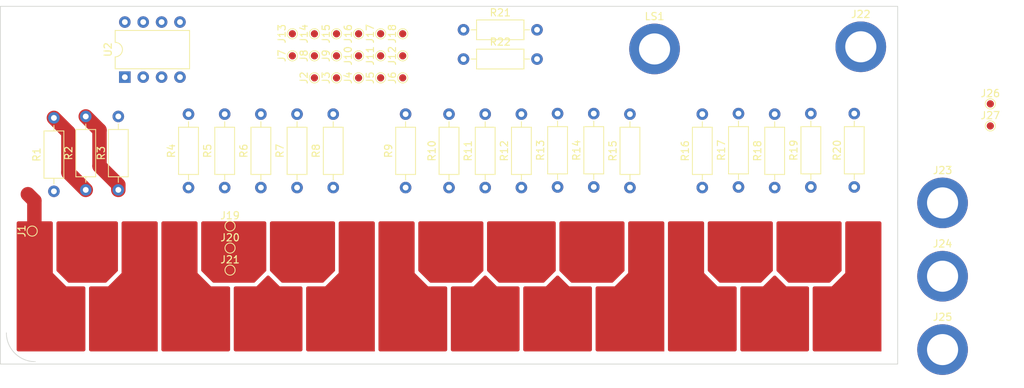
<source format=kicad_pcb>
(kicad_pcb (version 20221018) (generator pcbnew)
  (layers (0 "F.Cu" signal) (31 "B.Cu" signal) (34 "B.Paste" user) (35 "F.Paste" user) (36 "B.SilkS" user "B.Silkscreen") (37 "F.SilkS" user "F.Silkscreen") (38 "B.Mask" user) (39 "F.Mask" user) (44 "Edge.Cuts" user))
  (net 0 "")
  (net 1 "Net-(J1-Pin_1)")
  (net 2 "Net-(J2-Pin_1)")
  (net 3 "Net-(J3-Pin_1)")
  (net 4 "Net-(J4-Pin_1)")
  (net 5 "Net-(J5-Pin_1)")
  (net 6 "Net-(J6-Pin_1)")
  (net 7 "Net-(J7-Pin_1)")
  (net 8 "Net-(J8-Pin_1)")
  (net 9 "Net-(J9-Pin_1)")
  (net 10 "Net-(J10-Pin_1)")
  (net 11 "Net-(J11-Pin_1)")
  (net 12 "Net-(J12-Pin_1)")
  (net 13 "Net-(J13-Pin_1)")
  (net 14 "Net-(J14-Pin_1)")
  (net 15 "Net-(J15-Pin_1)")
  (net 16 "GND")
  (net 17 "VCC")
  (net 18 "Net-(U2-THR)")
  (net 19 "Net-(J16-Pin_1)")
  (net 20 "Net-(J17-Pin_1)")
  (net 21 "Net-(J18-Pin_1)")
  (net 22 "Net-(J19-Pin_1)")
  (net 23 "Net-(J20-Pin_1)")
  (net 24 "Net-(J21-Pin_1)")
  (net 25 "Net-(U2-CV)")
  (net 26 "Net-(R21-Pad2)")
  (net 27 "Net-(R22-Pad1)")
  (footprint "Resistor_THT:R_Axial_DIN0207_L6.3mm_D2.5mm_P10.16mm_Horizontal" (layer "F.Cu") (at 66.3 75.4 90)
    (fp_text reference "R3" (at 5.08 -2.37 90) (layer "F.SilkS"))
    (fp_text value "R")
    (fp_line (start 1.04 0) (end 1.81 0) (stroke (width 0.12)) (layer "F.SilkS"))
    (fp_line (start 1.81 -1.37) (end 1.81 1.37) (stroke (width 0.12)) (layer "F.SilkS"))
    (fp_line (start 1.81 1.37) (end 8.35 1.37) (stroke (width 0.12)) (layer "F.SilkS"))
    (fp_line (start 8.35 -1.37) (end 1.81 -1.37) (stroke (width 0.12)) (layer "F.SilkS"))
    (fp_line (start 8.35 1.37) (end 8.35 -1.37) (stroke (width 0.12)) (layer "F.SilkS"))
    (fp_line (start 9.12 0) (end 8.35 0) (stroke (width 0.12)) (layer "F.SilkS"))
    (pad "1" thru_hole circle (at 0 0 90) (size 1.6 1.6) (drill 0.8) (layers "*.Cu" "*.Mask") (net 2 "Net-(J2-Pin_1)"))
    (pad "2" thru_hole oval (at 10.16 0 90) (size 1.6 1.6) (drill 0.8) (layers "*.Cu" "*.Mask") (net 3 "Net-(J3-Pin_1)"))
  )
  (footprint "Package_DIP:DIP-8_W7.62mm" (layer "F.Cu") (at 67.2 59.8 90)
    (fp_text reference "U2" (at 3.81 -2.33 90) (layer "F.SilkS"))
    (fp_text value "NE555P")
    (fp_line (start 1.16 -1.33) (end 1.16 8.95) (stroke (width 0.12)) (layer "F.SilkS"))
    (fp_line (start 1.16 8.95) (end 6.46 8.95) (stroke (width 0.12)) (layer "F.SilkS"))
    (fp_line (start 2.81 -1.33) (end 1.16 -1.33) (stroke (width 0.12)) (layer "F.SilkS"))
    (fp_line (start 6.46 -1.33) (end 4.81 -1.33) (stroke (width 0.12)) (layer "F.SilkS"))
    (fp_line (start 6.46 8.95) (end 6.46 -1.33) (stroke (width 0.12)) (layer "F.SilkS"))
    (fp_arc (start 4.81 -1.33) (mid 3.81 -0.33) (end 2.81 -1.33) (stroke (width 0.12)) (layer "F.SilkS"))
    (pad "1" thru_hole rect (at 0 0 90) (size 1.6 1.6) (drill 0.8) (layers "*.Cu" "*.Mask") (net 16 "GND"))
    (pad "2" thru_hole oval (at 0 2.54 90) (size 1.6 1.6) (drill 0.8) (layers "*.Cu" "*.Mask") (net 18 "Net-(U2-THR)"))
    (pad "3" thru_hole oval (at 0 5.08 90) (size 1.6 1.6) (drill 0.8) (layers "*.Cu" "*.Mask") (net 24 "Net-(J21-Pin_1)"))
    (pad "4" thru_hole oval (at 0 7.62 90) (size 1.6 1.6) (drill 0.8) (layers "*.Cu" "*.Mask") (net 17 "VCC"))
    (pad "5" thru_hole oval (at 7.62 7.62 90) (size 1.6 1.6) (drill 0.8) (layers "*.Cu" "*.Mask") (net 25 "Net-(U2-CV)"))
    (pad "6" thru_hole oval (at 7.62 5.08 90) (size 1.6 1.6) (drill 0.8) (layers "*.Cu" "*.Mask") (net 18 "Net-(U2-THR)"))
    (pad "7" thru_hole oval (at 7.62 2.54 90) (size 1.6 1.6) (drill 0.8) (layers "*.Cu" "*.Mask"))
    (pad "8" thru_hole oval (at 7.62 0 90) (size 1.6 1.6) (drill 0.8) (layers "*.Cu" "*.Mask") (net 17 "VCC"))
  )
  (footprint "TestPoint:TestPoint_Pad_D1.0mm" (layer "F.Cu") (at 105.6 59.9 90)
    (fp_text reference "J6" (at 0 -1.448 90) (layer "F.SilkS"))
    (fp_text value "Conn_01x01")
    (fp_circle (center 0 0) (end 0 0.7) (stroke (width 0.12)) (fill none) (layer "F.SilkS"))
    (pad "1" smd circle (at 0 0 90) (size 1 1) (layers "F.Cu" "F.Mask") (net 6 "Net-(J6-Pin_1)"))
  )
  (footprint "TestPoint:TestPoint_Pad_D1.0mm" (layer "F.Cu") (at 90.35 56.85 90)
    (fp_text reference "J7" (at 0 -1.448 90) (layer "F.SilkS"))
    (fp_text value "Conn_01x01")
    (fp_circle (center 0 0) (end 0 0.7) (stroke (width 0.12)) (fill none) (layer "F.SilkS"))
    (pad "1" smd circle (at 0 0 90) (size 1 1) (layers "F.Cu" "F.Mask") (net 7 "Net-(J7-Pin_1)"))
  )
  (footprint "Resistor_THT:R_Axial_DIN0207_L6.3mm_D2.5mm_P10.16mm_Horizontal" (layer "F.Cu") (at 162 75 90)
    (fp_text reference "R19" (at 5.08 -2.37 90) (layer "F.SilkS"))
    (fp_text value "R")
    (fp_line (start 1.04 0) (end 1.81 0) (stroke (width 0.12)) (layer "F.SilkS"))
    (fp_line (start 1.81 -1.37) (end 1.81 1.37) (stroke (width 0.12)) (layer "F.SilkS"))
    (fp_line (start 1.81 1.37) (end 8.35 1.37) (stroke (width 0.12)) (layer "F.SilkS"))
    (fp_line (start 8.35 -1.37) (end 1.81 -1.37) (stroke (width 0.12)) (layer "F.SilkS"))
    (fp_line (start 8.35 1.37) (end 8.35 -1.37) (stroke (width 0.12)) (layer "F.SilkS"))
    (fp_line (start 9.12 0) (end 8.35 0) (stroke (width 0.12)) (layer "F.SilkS"))
    (pad "1" thru_hole circle (at 0 0 90) (size 1.6 1.6) (drill 0.8) (layers "*.Cu" "*.Mask") (net 21 "Net-(J18-Pin_1)"))
    (pad "2" thru_hole oval (at 10.16 0 90) (size 1.6 1.6) (drill 0.8) (layers "*.Cu" "*.Mask") (net 22 "Net-(J19-Pin_1)"))
  )
  (footprint "Resistor_THT:R_Axial_DIN0207_L6.3mm_D2.5mm_P10.16mm_Horizontal" (layer "F.Cu") (at 122 75.08 90)
    (fp_text reference "R12" (at 5.08 -2.37 90) (layer "F.SilkS"))
    (fp_text value "R")
    (fp_line (start 1.04 0) (end 1.81 0) (stroke (width 0.12)) (layer "F.SilkS"))
    (fp_line (start 1.81 -1.37) (end 1.81 1.37) (stroke (width 0.12)) (layer "F.SilkS"))
    (fp_line (start 1.81 1.37) (end 8.35 1.37) (stroke (width 0.12)) (layer "F.SilkS"))
    (fp_line (start 8.35 -1.37) (end 1.81 -1.37) (stroke (width 0.12)) (layer "F.SilkS"))
    (fp_line (start 8.35 1.37) (end 8.35 -1.37) (stroke (width 0.12)) (layer "F.SilkS"))
    (fp_line (start 9.12 0) (end 8.35 0) (stroke (width 0.12)) (layer "F.SilkS"))
    (pad "1" thru_hole circle (at 0 0 90) (size 1.6 1.6) (drill 0.8) (layers "*.Cu" "*.Mask") (net 11 "Net-(J11-Pin_1)"))
    (pad "2" thru_hole oval (at 10.16 0 90) (size 1.6 1.6) (drill 0.8) (layers "*.Cu" "*.Mask") (net 12 "Net-(J12-Pin_1)"))
  )
  (footprint "Resistor_THT:R_Axial_DIN0207_L6.3mm_D2.5mm_P10.16mm_Horizontal" (layer "F.Cu") (at 57.4 75.6 90)
    (fp_text reference "R1" (at 5.08 -2.37 90) (layer "F.SilkS"))
    (fp_text value "R")
    (fp_line (start 1.04 0) (end 1.81 0) (stroke (width 0.12)) (layer "F.SilkS"))
    (fp_line (start 1.81 -1.37) (end 1.81 1.37) (stroke (width 0.12)) (layer "F.SilkS"))
    (fp_line (start 1.81 1.37) (end 8.35 1.37) (stroke (width 0.12)) (layer "F.SilkS"))
    (fp_line (start 8.35 -1.37) (end 1.81 -1.37) (stroke (width 0.12)) (layer "F.SilkS"))
    (fp_line (start 8.35 1.37) (end 8.35 -1.37) (stroke (width 0.12)) (layer "F.SilkS"))
    (fp_line (start 9.12 0) (end 8.35 0) (stroke (width 0.12)) (layer "F.SilkS"))
    (pad "1" thru_hole circle (at 0 0 90) (size 1.6 1.6) (drill 0.8) (layers "*.Cu" "*.Mask") (net 18 "Net-(U2-THR)"))
    (pad "2" thru_hole oval (at 10.16 0 90) (size 1.6 1.6) (drill 0.8) (layers "*.Cu" "*.Mask") (net 1 "Net-(J1-Pin_1)"))
  )
  (footprint "MountingHole:MountingHole_4.3mm_M4_ISO14580_Pad" (layer "F.Cu") (at 140.4 55.9)
    (fp_text reference "LS1" (at 0 -4.5) (layer "F.SilkS"))
    (fp_text value "Speaker_Crystal")
    (pad "1" thru_hole circle (at 0 0) (size 7 7) (drill 4.3) (layers "*.Cu" "*.Mask"))
  )
  (footprint "Resistor_THT:R_Axial_DIN0207_L6.3mm_D2.5mm_P10.16mm_Horizontal" (layer "F.Cu") (at 127 75 90)
    (fp_text reference "R13" (at 5.08 -2.37 90) (layer "F.SilkS"))
    (fp_text value "R")
    (fp_line (start 1.04 0) (end 1.81 0) (stroke (width 0.12)) (layer "F.SilkS"))
    (fp_line (start 1.81 -1.37) (end 1.81 1.37) (stroke (width 0.12)) (layer "F.SilkS"))
    (fp_line (start 1.81 1.37) (end 8.35 1.37) (stroke (width 0.12)) (layer "F.SilkS"))
    (fp_line (start 8.35 -1.37) (end 1.81 -1.37) (stroke (width 0.12)) (layer "F.SilkS"))
    (fp_line (start 8.35 1.37) (end 8.35 -1.37) (stroke (width 0.12)) (layer "F.SilkS"))
    (fp_line (start 9.12 0) (end 8.35 0) (stroke (width 0.12)) (layer "F.SilkS"))
    (pad "1" thru_hole circle (at 0 0 90) (size 1.6 1.6) (drill 0.8) (layers "*.Cu" "*.Mask") (net 12 "Net-(J12-Pin_1)"))
    (pad "2" thru_hole oval (at 10.16 0 90) (size 1.6 1.6) (drill 0.8) (layers "*.Cu" "*.Mask") (net 13 "Net-(J13-Pin_1)"))
  )
  (footprint "Resistor_THT:R_Axial_DIN0207_L6.3mm_D2.5mm_P10.16mm_Horizontal" (layer "F.Cu") (at 137 75.08 90)
    (fp_text reference "R15" (at 5.08 -2.37 90) (layer "F.SilkS"))
    (fp_text value "R")
    (fp_line (start 1.04 0) (end 1.81 0) (stroke (width 0.12)) (layer "F.SilkS"))
    (fp_line (start 1.81 -1.37) (end 1.81 1.37) (stroke (width 0.12)) (layer "F.SilkS"))
    (fp_line (start 1.81 1.37) (end 8.35 1.37) (stroke (width 0.12)) (layer "F.SilkS"))
    (fp_line (start 8.35 -1.37) (end 1.81 -1.37) (stroke (width 0.12)) (layer "F.SilkS"))
    (fp_line (start 8.35 1.37) (end 8.35 -1.37) (stroke (width 0.12)) (layer "F.SilkS"))
    (fp_line (start 9.12 0) (end 8.35 0) (stroke (width 0.12)) (layer "F.SilkS"))
    (pad "1" thru_hole circle (at 0 0 90) (size 1.6 1.6) (drill 0.8) (layers "*.Cu" "*.Mask") (net 14 "Net-(J14-Pin_1)"))
    (pad "2" thru_hole oval (at 10.16 0 90) (size 1.6 1.6) (drill 0.8) (layers "*.Cu" "*.Mask") (net 15 "Net-(J15-Pin_1)"))
  )
  (footprint "TestPoint:TestPoint_Pad_D1.0mm" (layer "F.Cu") (at 96.45 53.8 90)
    (fp_text reference "J15" (at 0 -1.448 90) (layer "F.SilkS"))
    (fp_text value "Conn_01x01")
    (fp_circle (center 0 0) (end 0 0.7) (stroke (width 0.12)) (fill none) (layer "F.SilkS"))
    (pad "1" smd circle (at 0 0 90) (size 1 1) (layers "F.Cu" "F.Mask") (net 15 "Net-(J15-Pin_1)"))
  )
  (footprint "TestPoint:TestPoint_Pad_D1.0mm" (layer "F.Cu") (at 102.55 53.8 90)
    (fp_text reference "J17" (at 0 -1.448 90) (layer "F.SilkS"))
    (fp_text value "Conn_01x01")
    (fp_circle (center 0 0) (end 0 0.7) (stroke (width 0.12)) (fill none) (layer "F.SilkS"))
    (pad "1" smd circle (at 0 0 90) (size 1 1) (layers "F.Cu" "F.Mask") (net 20 "Net-(J17-Pin_1)"))
  )
  (footprint "TestPoint:TestPoint_Pad_D1.0mm" (layer "F.Cu") (at 54.4 81.1 90)
    (fp_text reference "J1" (at 0 -1.448 90) (layer "F.SilkS"))
    (fp_text value "Conn_01x01")
    (fp_circle (center 0 0) (end 0 0.7) (stroke (width 0.12)) (fill none) (layer "F.SilkS"))
    (pad "1" smd circle (at 0 0 90) (size 1 1) (layers "F.Cu" "F.Mask") (net 1 "Net-(J1-Pin_1)"))
  )
  (footprint "Resistor_THT:R_Axial_DIN0207_L6.3mm_D2.5mm_P10.16mm_Horizontal" (layer "F.Cu") (at 86 75.08 90)
    (fp_text reference "R6" (at 5.08 -2.37 90) (layer "F.SilkS"))
    (fp_text value "R")
    (fp_line (start 1.04 0) (end 1.81 0) (stroke (width 0.12)) (layer "F.SilkS"))
    (fp_line (start 1.81 -1.37) (end 1.81 1.37) (stroke (width 0.12)) (layer "F.SilkS"))
    (fp_line (start 1.81 1.37) (end 8.35 1.37) (stroke (width 0.12)) (layer "F.SilkS"))
    (fp_line (start 8.35 -1.37) (end 1.81 -1.37) (stroke (width 0.12)) (layer "F.SilkS"))
    (fp_line (start 8.35 1.37) (end 8.35 -1.37) (stroke (width 0.12)) (layer "F.SilkS"))
    (fp_line (start 9.12 0) (end 8.35 0) (stroke (width 0.12)) (layer "F.SilkS"))
    (pad "1" thru_hole circle (at 0 0 90) (size 1.6 1.6) (drill 0.8) (layers "*.Cu" "*.Mask") (net 5 "Net-(J5-Pin_1)"))
    (pad "2" thru_hole oval (at 10.16 0 90) (size 1.6 1.6) (drill 0.8) (layers "*.Cu" "*.Mask") (net 6 "Net-(J6-Pin_1)"))
  )
  (footprint "TestPoint:TestPoint_Pad_D1.0mm" (layer "F.Cu") (at 93.4 56.85 90)
    (fp_text reference "J8" (at 0 -1.448 90) (layer "F.SilkS"))
    (fp_text value "Conn_01x01")
    (fp_circle (center 0 0) (end 0 0.7) (stroke (width 0.12)) (fill none) (layer "F.SilkS"))
    (pad "1" smd circle (at 0 0 90) (size 1 1) (layers "F.Cu" "F.Mask") (net 8 "Net-(J8-Pin_1)"))
  )
  (footprint "TestPoint:TestPoint_Pad_D1.0mm" (layer "F.Cu") (at 81.74 86.5)
    (fp_text reference "J21" (at 0 -1.448) (layer "F.SilkS"))
    (fp_text value "Conn_01x01")
    (fp_circle (center 0 0) (end 0 0.7) (stroke (width 0.12)) (fill none) (layer "F.SilkS"))
    (pad "1" smd circle (at 0 0) (size 1 1) (layers "F.Cu" "F.Mask") (net 24 "Net-(J21-Pin_1)"))
  )
  (footprint "MountingHole:MountingHole_4.3mm_M4_ISO14580_Pad" (layer "F.Cu") (at 180.2 87.35)
    (fp_text reference "J24" (at 0 -4.5) (layer "F.SilkS"))
    (fp_text value "Screw_Terminal_01x01")
    (pad "1" thru_hole circle (at 0 0) (size 7 7) (drill 4.3) (layers "*.Cu" "*.Mask"))
  )
  (footprint "Resistor_THT:R_Axial_DIN0207_L6.3mm_D2.5mm_P10.16mm_Horizontal" (layer "F.Cu") (at 168 75 90)
    (fp_text reference "R20" (at 5.08 -2.37 90) (layer "F.SilkS"))
    (fp_text value "R")
    (fp_line (start 1.04 0) (end 1.81 0) (stroke (width 0.12)) (layer "F.SilkS"))
    (fp_line (start 1.81 -1.37) (end 1.81 1.37) (stroke (width 0.12)) (layer "F.SilkS"))
    (fp_line (start 1.81 1.37) (end 8.35 1.37) (stroke (width 0.12)) (layer "F.SilkS"))
    (fp_line (start 8.35 -1.37) (end 1.81 -1.37) (stroke (width 0.12)) (layer "F.SilkS"))
    (fp_line (start 8.35 1.37) (end 8.35 -1.37) (stroke (width 0.12)) (layer "F.SilkS"))
    (fp_line (start 9.12 0) (end 8.35 0) (stroke (width 0.12)) (layer "F.SilkS"))
    (pad "1" thru_hole circle (at 0 0 90) (size 1.6 1.6) (drill 0.8) (layers "*.Cu" "*.Mask") (net 22 "Net-(J19-Pin_1)"))
    (pad "2" thru_hole oval (at 10.16 0 90) (size 1.6 1.6) (drill 0.8) (layers "*.Cu" "*.Mask") (net 23 "Net-(J20-Pin_1)"))
  )
  (footprint "MountingHole:MountingHole_4.3mm_M4_ISO14580_Pad" (layer "F.Cu") (at 180.2 97.5)
    (fp_text reference "J25" (at 0 -4.5) (layer "F.SilkS"))
    (fp_text value "Screw_Terminal_01x01")
    (pad "1" thru_hole circle (at 0 0) (size 7 7) (drill 4.3) (layers "*.Cu" "*.Mask"))
  )
  (footprint "Resistor_THT:R_Axial_DIN0207_L6.3mm_D2.5mm_P10.16mm_Horizontal" (layer "F.Cu") (at 76 75.08 90)
    (fp_text reference "R4" (at 5.08 -2.37 90) (layer "F.SilkS"))
    (fp_text value "R")
    (fp_line (start 1.04 0) (end 1.81 0) (stroke (width 0.12)) (layer "F.SilkS"))
    (fp_line (start 1.81 -1.37) (end 1.81 1.37) (stroke (width 0.12)) (layer "F.SilkS"))
    (fp_line (start 1.81 1.37) (end 8.35 1.37) (stroke (width 0.12)) (layer "F.SilkS"))
    (fp_line (start 8.35 -1.37) (end 1.81 -1.37) (stroke (width 0.12)) (layer "F.SilkS"))
    (fp_line (start 8.35 1.37) (end 8.35 -1.37) (stroke (width 0.12)) (layer "F.SilkS"))
    (fp_line (start 9.12 0) (end 8.35 0) (stroke (width 0.12)) (layer "F.SilkS"))
    (pad "1" thru_hole circle (at 0 0 90) (size 1.6 1.6) (drill 0.8) (layers "*.Cu" "*.Mask") (net 3 "Net-(J3-Pin_1)"))
    (pad "2" thru_hole oval (at 10.16 0 90) (size 1.6 1.6) (drill 0.8) (layers "*.Cu" "*.Mask") (net 4 "Net-(J4-Pin_1)"))
  )
  (footprint "TestPoint:TestPoint_Pad_D1.0mm" (layer "F.Cu") (at 81.74 83.45)
    (fp_text reference "J20" (at 0 -1.448) (layer "F.SilkS"))
    (fp_text value "Conn_01x01")
    (fp_circle (center 0 0) (end 0 0.7) (stroke (width 0.12)) (fill none) (layer "F.SilkS"))
    (pad "1" smd circle (at 0 0) (size 1 1) (layers "F.Cu" "F.Mask") (net 23 "Net-(J20-Pin_1)"))
  )
  (footprint "TestPoint:TestPoint_Pad_D1.0mm" (layer "F.Cu") (at 99.5 53.8 90)
    (fp_text reference "J16" (at 0 -1.448 90) (layer "F.SilkS"))
    (fp_text value "Conn_01x01")
    (fp_circle (center 0 0) (end 0 0.7) (stroke (width 0.12)) (fill none) (layer "F.SilkS"))
    (pad "1" smd circle (at 0 0 90) (size 1 1) (layers "F.Cu" "F.Mask") (net 19 "Net-(J16-Pin_1)"))
  )
  (footprint "TestPoint:TestPoint_Pad_D1.0mm" (layer "F.Cu") (at 186.8 66.55)
    (fp_text reference "J27" (at 0 -1.448) (layer "F.SilkS"))
    (fp_text value "Conn_01x01")
    (fp_circle (center 0 0) (end 0 0.7) (stroke (width 0.12)) (fill none) (layer "F.SilkS"))
    (pad "1" smd circle (at 0 0) (size 1 1) (layers "F.Cu" "F.Mask") (net 17 "VCC"))
  )
  (footprint "TestPoint:TestPoint_Pad_D1.0mm" (layer "F.Cu") (at 93.4 53.8 90)
    (fp_text reference "J14" (at 0 -1.448 90) (layer "F.SilkS"))
    (fp_text value "Conn_01x01")
    (fp_circle (center 0 0) (end 0 0.7) (stroke (width 0.12)) (fill none) (layer "F.SilkS"))
    (pad "1" smd circle (at 0 0 90) (size 1 1) (layers "F.Cu" "F.Mask") (net 14 "Net-(J14-Pin_1)"))
  )
  (footprint "Resistor_THT:R_Axial_DIN0207_L6.3mm_D2.5mm_P10.16mm_Horizontal" (layer "F.Cu") (at 81 75.08 90)
    (fp_text reference "R5" (at 5.08 -2.37 90) (layer "F.SilkS"))
    (fp_text value "R")
    (fp_line (start 1.04 0) (end 1.81 0) (stroke (width 0.12)) (layer "F.SilkS"))
    (fp_line (start 1.81 -1.37) (end 1.81 1.37) (stroke (width 0.12)) (layer "F.SilkS"))
    (fp_line (start 1.81 1.37) (end 8.35 1.37) (stroke (width 0.12)) (layer "F.SilkS"))
    (fp_line (start 8.35 -1.37) (end 1.81 -1.37) (stroke (width 0.12)) (layer "F.SilkS"))
    (fp_line (start 8.35 1.37) (end 8.35 -1.37) (stroke (width 0.12)) (layer "F.SilkS"))
    (fp_line (start 9.12 0) (end 8.35 0) (stroke (width 0.12)) (layer "F.SilkS"))
    (pad "1" thru_hole circle (at 0 0 90) (size 1.6 1.6) (drill 0.8) (layers "*.Cu" "*.Mask") (net 4 "Net-(J4-Pin_1)"))
    (pad "2" thru_hole oval (at 10.16 0 90) (size 1.6 1.6) (drill 0.8) (layers "*.Cu" "*.Mask") (net 5 "Net-(J5-Pin_1)"))
  )
  (footprint "TestPoint:TestPoint_Pad_D1.0mm" (layer "F.Cu") (at 96.45 56.85 90)
    (fp_text reference "J9" (at 0 -1.448 90) (layer "F.SilkS"))
    (fp_text value "Conn_01x01")
    (fp_circle (center 0 0) (end 0 0.7) (stroke (width 0.12)) (fill none) (layer "F.SilkS"))
    (pad "1" smd circle (at 0 0 90) (size 1 1) (layers "F.Cu" "F.Mask") (net 9 "Net-(J9-Pin_1)"))
  )
  (footprint "Resistor_THT:R_Axial_DIN0207_L6.3mm_D2.5mm_P10.16mm_Horizontal" (layer "F.Cu") (at 152 75 90)
    (fp_text reference "R17" (at 5.08 -2.37 90) (layer "F.SilkS"))
    (fp_text value "R")
    (fp_line (start 1.04 0) (end 1.81 0) (stroke (width 0.12)) (layer "F.SilkS"))
    (fp_line (start 1.81 -1.37) (end 1.81 1.37) (stroke (width 0.12)) (layer "F.SilkS"))
    (fp_line (start 1.81 1.37) (end 8.35 1.37) (stroke (width 0.12)) (layer "F.SilkS"))
    (fp_line (start 8.35 -1.37) (end 1.81 -1.37) (stroke (width 0.12)) (layer "F.SilkS"))
    (fp_line (start 8.35 1.37) (end 8.35 -1.37) (stroke (width 0.12)) (layer "F.SilkS"))
    (fp_line (start 9.12 0) (end 8.35 0) (stroke (width 0.12)) (layer "F.SilkS"))
    (pad "1" thru_hole circle (at 0 0 90) (size 1.6 1.6) (drill 0.8) (layers "*.Cu" "*.Mask") (net 19 "Net-(J16-Pin_1)"))
    (pad "2" thru_hole oval (at 10.16 0 90) (size 1.6 1.6) (drill 0.8) (layers "*.Cu" "*.Mask") (net 20 "Net-(J17-Pin_1)"))
  )
  (footprint "TestPoint:TestPoint_Pad_D1.0mm" (layer "F.Cu") (at 186.8 63.5)
    (fp_text reference "J26" (at 0 -1.448) (layer "F.SilkS"))
    (fp_text value "Conn_01x01")
    (fp_circle (center 0 0) (end 0 0.7) (stroke (width 0.12)) (fill none) (layer "F.SilkS"))
    (pad "1" smd circle (at 0 0) (size 1 1) (layers "F.Cu" "F.Mask") (net 16 "GND"))
  )
  (footprint "Resistor_THT:R_Axial_DIN0207_L6.3mm_D2.5mm_P10.16mm_Horizontal" (layer "F.Cu") (at 114 53.25)
    (fp_text reference "R21" (at 5.08 -2.37) (layer "F.SilkS"))
    (fp_text value "R")
    (fp_line (start 1.04 0) (end 1.81 0) (stroke (width 0.12)) (layer "F.SilkS"))
    (fp_line (start 1.81 -1.37) (end 1.81 1.37) (stroke (width 0.12)) (layer "F.SilkS"))
    (fp_line (start 1.81 1.37) (end 8.35 1.37) (stroke (width 0.12)) (layer "F.SilkS"))
    (fp_line (start 8.35 -1.37) (end 1.81 -1.37) (stroke (width 0.12)) (layer "F.SilkS"))
    (fp_line (start 8.35 1.37) (end 8.35 -1.37) (stroke (width 0.12)) (layer "F.SilkS"))
    (fp_line (start 9.12 0) (end 8.35 0) (stroke (width 0.12)) (layer "F.SilkS"))
    (pad "1" thru_hole circle (at 0 0) (size 1.6 1.6) (drill 0.8) (layers "*.Cu" "*.Mask") (net 16 "GND"))
    (pad "2" thru_hole oval (at 10.16 0) (size 1.6 1.6) (drill 0.8) (layers "*.Cu" "*.Mask") (net 26 "Net-(R21-Pad2)"))
  )
  (footprint "TestPoint:TestPoint_Pad_D1.0mm" (layer "F.Cu") (at 105.6 56.85 90)
    (fp_text reference "J12" (at 0 -1.448 90) (layer "F.SilkS"))
    (fp_text value "Conn_01x01")
    (fp_circle (center 0 0) (end 0 0.7) (stroke (width 0.12)) (fill none) (layer "F.SilkS"))
    (pad "1" smd circle (at 0 0 90) (size 1 1) (layers "F.Cu" "F.Mask") (net 12 "Net-(J12-Pin_1)"))
  )
  (footprint "MountingHole:MountingHole_4.3mm_M4_ISO14580_Pad" (layer "F.Cu") (at 180.2 77.2)
    (fp_text reference "J23" (at 0 -4.5) (layer "F.SilkS"))
    (fp_text value "Screw_Terminal_01x01")
    (pad "1" thru_hole circle (at 0 0) (size 7 7) (drill 4.3) (layers "*.Cu" "*.Mask"))
  )
  (footprint "Resistor_THT:R_Axial_DIN0207_L6.3mm_D2.5mm_P10.16mm_Horizontal" (layer "F.Cu") (at 106 75.08 90)
    (fp_text reference "R9" (at 5.08 -2.37 90) (layer "F.SilkS"))
    (fp_text value "R")
    (fp_line (start 1.04 0) (end 1.81 0) (stroke (width 0.12)) (layer "F.SilkS"))
    (fp_line (start 1.81 -1.37) (end 1.81 1.37) (stroke (width 0.12)) (layer "F.SilkS"))
    (fp_line (start 1.81 1.37) (end 8.35 1.37) (stroke (width 0.12)) (layer "F.SilkS"))
    (fp_line (start 8.35 -1.37) (end 1.81 -1.37) (stroke (width 0.12)) (layer "F.SilkS"))
    (fp_line (start 8.35 1.37) (end 8.35 -1.37) (stroke (width 0.12)) (layer "F.SilkS"))
    (fp_line (start 9.12 0) (end 8.35 0) (stroke (width 0.12)) (layer "F.SilkS"))
    (pad "1" thru_hole circle (at 0 0 90) (size 1.6 1.6) (drill 0.8) (layers "*.Cu" "*.Mask") (net 8 "Net-(J8-Pin_1)"))
    (pad "2" thru_hole oval (at 10.16 0 90) (size 1.6 1.6) (drill 0.8) (layers "*.Cu" "*.Mask") (net 9 "Net-(J9-Pin_1)"))
  )
  (footprint "Resistor_THT:R_Axial_DIN0207_L6.3mm_D2.5mm_P10.16mm_Horizontal" (layer "F.Cu") (at 61.8 75.4 90)
    (fp_text reference "R2" (at 5.08 -2.37 90) (layer "F.SilkS"))
    (fp_text value "R")
    (fp_line (start 1.04 0) (end 1.81 0) (stroke (width 0.12)) (layer "F.SilkS"))
    (fp_line (start 1.81 -1.37) (end 1.81 1.37) (stroke (width 0.12)) (layer "F.SilkS"))
    (fp_line (start 1.81 1.37) (end 8.35 1.37) (stroke (width 0.12)) (layer "F.SilkS"))
    (fp_line (start 8.35 -1.37) (end 1.81 -1.37) (stroke (width 0.12)) (layer "F.SilkS"))
    (fp_line (start 8.35 1.37) (end 8.35 -1.37) (stroke (width 0.12)) (layer "F.SilkS"))
    (fp_line (start 9.12 0) (end 8.35 0) (stroke (width 0.12)) (layer "F.SilkS"))
    (pad "1" thru_hole circle (at 0 0 90) (size 1.6 1.6) (drill 0.8) (layers "*.Cu" "*.Mask") (net 1 "Net-(J1-Pin_1)"))
    (pad "2" thru_hole oval (at 10.16 0 90) (size 1.6 1.6) (drill 0.8) (layers "*.Cu" "*.Mask") (net 2 "Net-(J2-Pin_1)"))
  )
  (footprint "Resistor_THT:R_Axial_DIN0207_L6.3mm_D2.5mm_P10.16mm_Horizontal" (layer "F.Cu") (at 117 75.08 90)
    (fp_text reference "R11" (at 5.08 -2.37 90) (layer "F.SilkS"))
    (fp_text value "R")
    (fp_line (start 1.04 0) (end 1.81 0) (stroke (width 0.12)) (layer "F.SilkS"))
    (fp_line (start 1.81 -1.37) (end 1.81 1.37) (stroke (width 0.12)) (layer "F.SilkS"))
    (fp_line (start 1.81 1.37) (end 8.35 1.37) (stroke (width 0.12)) (layer "F.SilkS"))
    (fp_line (start 8.35 -1.37) (end 1.81 -1.37) (stroke (width 0.12)) (layer "F.SilkS"))
    (fp_line (start 8.35 1.37) (end 8.35 -1.37) (stroke (width 0.12)) (layer "F.SilkS"))
    (fp_line (start 9.12 0) (end 8.35 0) (stroke (width 0.12)) (layer "F.SilkS"))
    (pad "1" thru_hole circle (at 0 0 90) (size 1.6 1.6) (drill 0.8) (layers "*.Cu" "*.Mask") (net 10 "Net-(J10-Pin_1)"))
    (pad "2" thru_hole oval (at 10.16 0 90) (size 1.6 1.6) (drill 0.8) (layers "*.Cu" "*.Mask") (net 11 "Net-(J11-Pin_1)"))
  )
  (footprint "Resistor_THT:R_Axial_DIN0207_L6.3mm_D2.5mm_P10.16mm_Horizontal" (layer "F.Cu") (at 96 75.08 90)
    (fp_text reference "R8" (at 5.08 -2.37 90) (layer "F.SilkS"))
    (fp_text value "R")
    (fp_line (start 1.04 0) (end 1.81 0) (stroke (width 0.12)) (layer "F.SilkS"))
    (fp_line (start 1.81 -1.37) (end 1.81 1.37) (stroke (width 0.12)) (layer "F.SilkS"))
    (fp_line (start 1.81 1.37) (end 8.35 1.37) (stroke (width 0.12)) (layer "F.SilkS"))
    (fp_line (start 8.35 -1.37) (end 1.81 -1.37) (stroke (width 0.12)) (layer "F.SilkS"))
    (fp_line (start 8.35 1.37) (end 8.35 -1.37) (stroke (width 0.12)) (layer "F.SilkS"))
    (fp_line (start 9.12 0) (end 8.35 0) (stroke (width 0.12)) (layer "F.SilkS"))
    (pad "1" thru_hole circle (at 0 0 90) (size 1.6 1.6) (drill 0.8) (layers "*.Cu" "*.Mask") (net 7 "Net-(J7-Pin_1)"))
    (pad "2" thru_hole oval (at 10.16 0 90) (size 1.6 1.6) (drill 0.8) (layers "*.Cu" "*.Mask") (net 8 "Net-(J8-Pin_1)"))
  )
  (footprint "TestPoint:TestPoint_Pad_D1.0mm" (layer "F.Cu") (at 96.45 59.9 90)
    (fp_text reference "J3" (at 0 -1.448 90) (layer "F.SilkS"))
    (fp_text value "Conn_01x01")
    (fp_circle (center 0 0) (end 0 0.7) (stroke (width 0.12)) (fill none) (layer "F.SilkS"))
    (pad "1" smd circle (at 0 0 90) (size 1 1) (layers "F.Cu" "F.Mask") (net 3 "Net-(J3-Pin_1)"))
  )
  (footprint "MountingHole:MountingHole_4.3mm_M4_ISO14580_Pad" (layer "F.Cu") (at 168.9 55.6)
    (fp_text reference "J22" (at 0 -4.5) (layer "F.SilkS"))
    (fp_text value "Screw_Terminal_01x01")
    (pad "1" thru_hole circle (at 0 0) (size 7 7) (drill 4.3) (layers "*.Cu" "*.Mask"))
  )
  (footprint "TestPoint:TestPoint_Pad_D1.0mm" (layer "F.Cu") (at 99.5 59.9 90)
    (fp_text reference "J4" (at 0 -1.448 90) (layer "F.SilkS"))
    (fp_text value "Conn_01x01")
    (fp_circle (center 0 0) (end 0 0.7) (stroke (width 0.12)) (fill none) (layer "F.SilkS"))
    (pad "1" smd circle (at 0 0 90) (size 1 1) (layers "F.Cu" "F.Mask") (net 4 "Net-(J4-Pin_1)"))
  )
  (footprint "Resistor_THT:R_Axial_DIN0207_L6.3mm_D2.5mm_P10.16mm_Horizontal" (layer "F.Cu") (at 147 75.08 90)
    (fp_text reference "R16" (at 5.08 -2.37 90) (layer "F.SilkS"))
    (fp_text value "R")
    (fp_line (start 1.04 0) (end 1.81 0) (stroke (width 0.12)) (layer "F.SilkS"))
    (fp_line (start 1.81 -1.37) (end 1.81 1.37) (stroke (width 0.12)) (layer "F.SilkS"))
    (fp_line (start 1.81 1.37) (end 8.35 1.37) (stroke (width 0.12)) (layer "F.SilkS"))
    (fp_line (start 8.35 -1.37) (end 1.81 -1.37) (stroke (width 0.12)) (layer "F.SilkS"))
    (fp_line (start 8.35 1.37) (end 8.35 -1.37) (stroke (width 0.12)) (layer "F.SilkS"))
    (fp_line (start 9.12 0) (end 8.35 0) (stroke (width 0.12)) (layer "F.SilkS"))
    (pad "1" thru_hole circle (at 0 0 90) (size 1.6 1.6) (drill 0.8) (layers "*.Cu" "*.Mask") (net 15 "Net-(J15-Pin_1)"))
    (pad "2" thru_hole oval (at 10.16 0 90) (size 1.6 1.6) (drill 0.8) (layers "*.Cu" "*.Mask") (net 19 "Net-(J16-Pin_1)"))
  )
  (footprint "TestPoint:TestPoint_Pad_D1.0mm" (layer "F.Cu") (at 102.55 59.9 90)
    (fp_text reference "J5" (at 0 -1.448 90) (layer "F.SilkS"))
    (fp_text value "Conn_01x01")
    (fp_circle (center 0 0) (end 0 0.7) (stroke (width 0.12)) (fill none) (layer "F.SilkS"))
    (pad "1" smd circle (at 0 0 90) (size 1 1) (layers "F.Cu" "F.Mask") (net 5 "Net-(J5-Pin_1)"))
  )
  (footprint "Resistor_THT:R_Axial_DIN0207_L6.3mm_D2.5mm_P10.16mm_Horizontal" (layer "F.Cu") (at 157 75.08 90)
    (fp_text reference "R18" (at 5.08 -2.37 90) (layer "F.SilkS"))
    (fp_text value "R")
    (fp_line (start 1.04 0) (end 1.81 0) (stroke (width 0.12)) (layer "F.SilkS"))
    (fp_line (start 1.81 -1.37) (end 1.81 1.37) (stroke (width 0.12)) (layer "F.SilkS"))
    (fp_line (start 1.81 1.37) (end 8.35 1.37) (stroke (width 0.12)) (layer "F.SilkS"))
    (fp_line (start 8.35 -1.37) (end 1.81 -1.37) (stroke (width 0.12)) (layer "F.SilkS"))
    (fp_line (start 8.35 1.37) (end 8.35 -1.37) (stroke (width 0.12)) (layer "F.SilkS"))
    (fp_line (start 9.12 0) (end 8.35 0) (stroke (width 0.12)) (layer "F.SilkS"))
    (pad "1" thru_hole circle (at 0 0 90) (size 1.6 1.6) (drill 0.8) (layers "*.Cu" "*.Mask") (net 20 "Net-(J17-Pin_1)"))
    (pad "2" thru_hole oval (at 10.16 0 90) (size 1.6 1.6) (drill 0.8) (layers "*.Cu" "*.Mask") (net 21 "Net-(J18-Pin_1)"))
  )
  (footprint "TestPoint:TestPoint_Pad_D1.0mm" (layer "F.Cu") (at 105.6 53.8 90)
    (fp_text reference "J18" (at 0 -1.448 90) (layer "F.SilkS"))
    (fp_text value "Conn_01x01")
    (fp_circle (center 0 0) (end 0 0.7) (stroke (width 0.12)) (fill none) (layer "F.SilkS"))
    (pad "1" smd circle (at 0 0 90) (size 1 1) (layers "F.Cu" "F.Mask") (net 21 "Net-(J18-Pin_1)"))
  )
  (footprint "TestPoint:TestPoint_Pad_D1.0mm" (layer "F.Cu") (at 90.35 53.8 90)
    (fp_text reference "J13" (at 0 -1.448 90) (layer "F.SilkS"))
    (fp_text value "Conn_01x01")
    (fp_circle (center 0 0) (end 0 0.7) (stroke (width 0.12)) (fill none) (layer "F.SilkS"))
    (pad "1" smd circle (at 0 0 90) (size 1 1) (layers "F.Cu" "F.Mask") (net 13 "Net-(J13-Pin_1)"))
  )
  (footprint "Resistor_THT:R_Axial_DIN0207_L6.3mm_D2.5mm_P10.16mm_Horizontal" (layer "F.Cu") (at 132 75 90)
    (fp_text reference "R14" (at 5.08 -2.37 90) (layer "F.SilkS"))
    (fp_text value "R")
    (fp_line (start 1.04 0) (end 1.81 0) (stroke (width 0.12)) (layer "F.SilkS"))
    (fp_line (start 1.81 -1.37) (end 1.81 1.37) (stroke (width 0.12)) (layer "F.SilkS"))
    (fp_line (start 1.81 1.37) (end 8.35 1.37) (stroke (width 0.12)) (layer "F.SilkS"))
    (fp_line (start 8.35 -1.37) (end 1.81 -1.37) (stroke (width 0.12)) (layer "F.SilkS"))
    (fp_line (start 8.35 1.37) (end 8.35 -1.37) (stroke (width 0.12)) (layer "F.SilkS"))
    (fp_line (start 9.12 0) (end 8.35 0) (stroke (width 0.12)) (layer "F.SilkS"))
    (pad "1" thru_hole circle (at 0 0 90) (size 1.6 1.6) (drill 0.8) (layers "*.Cu" "*.Mask") (net 13 "Net-(J13-Pin_1)"))
    (pad "2" thru_hole oval (at 10.16 0 90) (size 1.6 1.6) (drill 0.8) (layers "*.Cu" "*.Mask") (net 14 "Net-(J14-Pin_1)"))
  )
  (footprint "Resistor_THT:R_Axial_DIN0207_L6.3mm_D2.5mm_P10.16mm_Horizontal" (layer "F.Cu") (at 91 75.08 90)
    (fp_text reference "R7" (at 5.08 -2.37 90) (layer "F.SilkS"))
    (fp_text value "R")
    (fp_line (start 1.04 0) (end 1.81 0) (stroke (width 0.12)) (layer "F.SilkS"))
    (fp_line (start 1.81 -1.37) (end 1.81 1.37) (stroke (width 0.12)) (layer "F.SilkS"))
    (fp_line (start 1.81 1.37) (end 8.35 1.37) (stroke (width 0.12)) (layer "F.SilkS"))
    (fp_line (start 8.35 -1.37) (end 1.81 -1.37) (stroke (width 0.12)) (layer "F.SilkS"))
    (fp_line (start 8.35 1.37) (end 8.35 -1.37) (stroke (width 0.12)) (layer "F.SilkS"))
    (fp_line (start 9.12 0) (end 8.35 0) (stroke (width 0.12)) (layer "F.SilkS"))
    (pad "1" thru_hole circle (at 0 0 90) (size 1.6 1.6) (drill 0.8) (layers "*.Cu" "*.Mask") (net 6 "Net-(J6-Pin_1)"))
    (pad "2" thru_hole oval (at 10.16 0 90) (size 1.6 1.6) (drill 0.8) (layers "*.Cu" "*.Mask") (net 7 "Net-(J7-Pin_1)"))
  )
  (footprint "Resistor_THT:R_Axial_DIN0207_L6.3mm_D2.5mm_P10.16mm_Horizontal" (layer "F.Cu") (at 112 75.08 90)
    (fp_text reference "R10" (at 5.08 -2.37 90) (layer "F.SilkS"))
    (fp_text value "R")
    (fp_line (start 1.04 0) (end 1.81 0) (stroke (width 0.12)) (layer "F.SilkS"))
    (fp_line (start 1.81 -1.37) (end 1.81 1.37) (stroke (width 0.12)) (layer "F.SilkS"))
    (fp_line (start 1.81 1.37) (end 8.35 1.37) (stroke (width 0.12)) (layer "F.SilkS"))
    (fp_line (start 8.35 -1.37) (end 1.81 -1.37) (stroke (width 0.12)) (layer "F.SilkS"))
    (fp_line (start 8.35 1.37) (end 8.35 -1.37) (stroke (width 0.12)) (layer "F.SilkS"))
    (fp_line (start 9.12 0) (end 8.35 0) (stroke (width 0.12)) (layer "F.SilkS"))
    (pad "1" thru_hole circle (at 0 0 90) (size 1.6 1.6) (drill 0.8) (layers "*.Cu" "*.Mask") (net 9 "Net-(J9-Pin_1)"))
    (pad "2" thru_hole oval (at 10.16 0 90) (size 1.6 1.6) (drill 0.8) (layers "*.Cu" "*.Mask") (net 10 "Net-(J10-Pin_1)"))
  )
  (footprint "TestPoint:TestPoint_Pad_D1.0mm" (layer "F.Cu") (at 93.4 59.9 90)
    (fp_text reference "J2" (at 0 -1.448 90) (layer "F.SilkS"))
    (fp_text value "Conn_01x01")
    (fp_circle (center 0 0) (end 0 0.7) (stroke (width 0.12)) (fill none) (layer "F.SilkS"))
    (pad "1" smd circle (at 0 0 90) (size 1 1) (layers "F.Cu" "F.Mask") (net 2 "Net-(J2-Pin_1)"))
  )
  (footprint "TestPoint:TestPoint_Pad_D1.0mm" (layer "F.Cu") (at 81.74 80.4)
    (fp_text reference "J19" (at 0 -1.448) (layer "F.SilkS"))
    (fp_text value "Conn_01x01")
    (fp_circle (center 0 0) (end 0 0.7) (stroke (width 0.12)) (fill none) (layer "F.SilkS"))
    (pad "1" smd circle (at 0 0) (size 1 1) (layers "F.Cu" "F.Mask") (net 22 "Net-(J19-Pin_1)"))
  )
  (footprint "Resistor_THT:R_Axial_DIN0207_L6.3mm_D2.5mm_P10.16mm_Horizontal" (layer "F.Cu") (at 114 57.3)
    (fp_text reference "R22" (at 5.08 -2.37) (layer "F.SilkS"))
    (fp_text value "R")
    (fp_line (start 1.04 0) (end 1.81 0) (stroke (width 0.12)) (layer "F.SilkS"))
    (fp_line (start 1.81 -1.37) (end 1.81 1.37) (stroke (width 0.12)) (layer "F.SilkS"))
    (fp_line (start 1.81 1.37) (end 8.35 1.37) (stroke (width 0.12)) (layer "F.SilkS"))
    (fp_line (start 8.35 -1.37) (end 1.81 -1.37) (stroke (width 0.12)) (layer "F.SilkS"))
    (fp_line (start 8.35 1.37) (end 8.35 -1.37) (stroke (width 0.12)) (layer "F.SilkS"))
    (fp_line (start 9.12 0) (end 8.35 0) (stroke (width 0.12)) (layer "F.SilkS"))
    (pad "1" thru_hole circle (at 0 0) (size 1.6 1.6) (drill 0.8) (layers "*.Cu" "*.Mask") (net 27 "Net-(R22-Pad1)"))
    (pad "2" thru_hole oval (at 10.16 0) (size 1.6 1.6) (drill 0.8) (layers "*.Cu" "*.Mask") (net 17 "VCC"))
  )
  (footprint "TestPoint:TestPoint_Pad_D1.0mm" (layer "F.Cu") (at 99.5 56.85 90)
    (fp_text reference "J10" (at 0 -1.448 90) (layer "F.SilkS"))
    (fp_text value "Conn_01x01")
    (fp_circle (center 0 0) (end 0 0.7) (stroke (width 0.12)) (fill none) (layer "F.SilkS"))
    (pad "1" smd circle (at 0 0 90) (size 1 1) (layers "F.Cu" "F.Mask") (net 10 "Net-(J10-Pin_1)"))
  )
  (footprint "TestPoint:TestPoint_Pad_D1.0mm" (layer "F.Cu") (at 102.55 56.85 90)
    (fp_text reference "J11" (at 0 -1.448 90) (layer "F.SilkS"))
    (fp_text value "Conn_01x01")
    (fp_circle (center 0 0) (end 0 0.7) (stroke (width 0.12)) (fill none) (layer "F.SilkS"))
    (pad "1" smd circle (at 0 0 90) (size 1 1) (layers "F.Cu" "F.Mask") (net 11 "Net-(J11-Pin_1)"))
  )
  (gr_poly (pts (xy 122.5 97.5) (xy 131.5 97.5) (xy 131.5 89) (xy 128.5 89) (xy 127 87.5) (xy 125.5 89) (xy 122.5 89)) (stroke (width 0.5)) (fill solid) (layer "F.Cu"))
  (gr_poly (pts (xy 87.5 80) (xy 87.5 86.5) (xy 89 88) (xy 94.5 88) (xy 96 86.5) (xy 96 80)) (stroke (width 0.5)) (fill solid) (layer "F.Cu"))
  (gr_poly (pts (xy 58 80) (xy 58 86.5) (xy 59.5 88) (xy 64.5 88) (xy 66 86.5) (xy 66 80)) (stroke (width 0.5)) (fill solid) (layer "F.Cu"))
  (gr_poly (pts (xy 152.5 97.5) (xy 161.5 97.5) (xy 161.5 89) (xy 158.5 89) (xy 157 87.5) (xy 155.5 89) (xy 152.5 89)) (stroke (width 0.5)) (fill solid) (layer "F.Cu"))
  (gr_poly (pts (xy 72.5 97.5) (xy 81.5 97.5) (xy 81.5 89) (xy 79 89) (xy 77 87) (xy 77 80) (xy 72.5 80)) (stroke (width 0.5)) (fill solid) (layer "F.Cu"))
  (gr_poly (pts (xy 141.5 97.5) (xy 132.5 97.5) (xy 132.5 89) (xy 135 89) (xy 137 87) (xy 137 80) (xy 141.5 80)) (stroke (width 0.5)) (fill solid) (layer "F.Cu"))
  (gr_poly (pts (xy 142.5 97.5) (xy 151.5 97.5) (xy 151.5 89) (xy 149 89) (xy 147 87) (xy 147 80) (xy 142.5 80)) (stroke (width 0.5)) (fill solid) (layer "F.Cu"))
  (gr_poly (pts (xy 52.5 97.5) (xy 61.5 97.5) (xy 61.5 89) (xy 59 89) (xy 57 87) (xy 57 80) (xy 52.5 80)) (stroke (width 0.5)) (fill solid) (layer "F.Cu"))
  (gr_poly (pts (xy 101.5 97.5) (xy 92.5 97.5) (xy 92.5 89) (xy 95 89) (xy 97 87) (xy 97 80) (xy 101.5 80)) (stroke (width 0.5)) (fill solid) (layer "F.Cu"))
  (gr_poly (pts (xy 71.5 97.5) (xy 62.5 97.5) (xy 62.5 89) (xy 65 89) (xy 67 87) (xy 67 80) (xy 71.5 80)) (stroke (width 0.5)) (fill solid) (layer "F.Cu"))
  (gr_poly (pts (xy 127.5 80) (xy 127.5 86.5) (xy 129 88) (xy 134.5 88) (xy 136 86.5) (xy 136 80)) (stroke (width 0.5)) (fill solid) (layer "F.Cu"))
  (gr_poly (pts (xy 117.5 80) (xy 117.5 86.5) (xy 119 88) (xy 125 88) (xy 126.5 86.5) (xy 126.5 80)) (stroke (width 0.5)) (fill solid) (layer "F.Cu"))
  (gr_poly (pts (xy 112.5 97.5) (xy 121.5 97.5) (xy 121.5 89) (xy 118.5 89) (xy 117 87.5) (xy 115.5 89) (xy 112.5 89)) (stroke (width 0.5)) (fill solid) (layer "F.Cu"))
  (gr_poly (pts (xy 78 80) (xy 78 86.5) (xy 79.5 88) (xy 85 88) (xy 86.5 86.5) (xy 86.5 80)) (stroke (width 0.5)) (fill solid) (layer "F.Cu"))
  (gr_poly (pts (xy 82.5 97.5) (xy 91.5 97.5) (xy 91.5 89) (xy 88.5 89) (xy 87 87.5) (xy 85.5 89) (xy 82.5 89)) (stroke (width 0.5)) (fill solid) (layer "F.Cu"))
  (gr_poly (pts (xy 171.5 97.5) (xy 162.5 97.5) (xy 162.5 89) (xy 165 89) (xy 167 87) (xy 167 80) (xy 171.5 80)) (stroke (width 0.5)) (fill solid) (layer "F.Cu"))
  (gr_poly (pts (xy 157.5 80) (xy 157.5 86.5) (xy 159 88) (xy 164.5 88) (xy 166 86.5) (xy 166 80)) (stroke (width 0.5)) (fill solid) (layer "F.Cu"))
  (gr_poly (pts (xy 102.5 97.5) (xy 111.5 97.5) (xy 111.5 89) (xy 109 89) (xy 107 87) (xy 107 80) (xy 102.5 80)) (stroke (width 0.5)) (fill solid) (layer "F.Cu"))
  (gr_poly (pts (xy 148 80) (xy 148 86.5) (xy 149.5 88) (xy 155 88) (xy 156.5 86.5) (xy 156.5 80)) (stroke (width 0.5)) (fill solid) (layer "F.Cu"))
  (gr_poly (pts (xy 108 80) (xy 108 86.5) (xy 109.5 88) (xy 115 88) (xy 116.5 86.5) (xy 116.5 80)) (stroke (width 0.5)) (fill solid) (layer "F.Cu"))
  (gr_rect (start 50 50) (end 174 99.5) (stroke (width 0.1)) (fill none) (layer "Edge.Cuts"))
  (gr_arc (start 54.828427 99.171573) (mid 52 98) (end 50.828427 95.171573) (stroke (width 0.1)) (layer "Edge.Cuts"))
  (segment (start 61.8 75.4) (end 59.4 73) (width 2) (layer "F.Cu") (net 1))
  (segment (start 59.4 73) (end 59.4 67.44) (width 2) (layer "F.Cu") (net 1))
  (segment (start 54.7 80.8) (end 54.4 81.1) (width 2) (layer "F.Cu") (net 1))
  (segment (start 59.4 67.44) (end 57.4 65.44) (width 2) (layer "F.Cu") (net 1))
  (segment (start 54.7 76.9) (end 54.7 80.8) (width 2) (layer "F.Cu") (net 1))
  (segment (start 53.8 76) (end 54.7 76.9) (width 2) (layer "F.Cu") (net 1))
  (segment (start 66.3 74.7) (end 63.7 72.1) (width 2) (layer "F.Cu") (net 2))
  (segment (start 66.3 75.4) (end 66.3 74.7) (width 2) (layer "F.Cu") (net 2))
  (segment (start 63.7 67.14) (end 61.8 65.24) (width 2) (layer "F.Cu") (net 2))
  (segment (start 63.7 72.1) (end 63.7 67.14) (width 2) (layer "F.Cu") (net 2))
)
</source>
